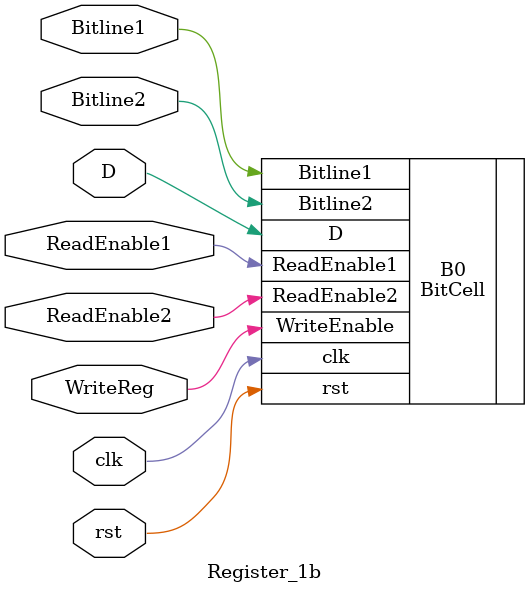
<source format=v>
module Register_1b (input clk, input rst, input D, input WriteReg, input ReadEnable1, input ReadEnable2, inout Bitline1, inout Bitline2);
	BitCell B0 (.clk(clk), .rst(rst), .D(D), .WriteEnable(WriteReg), .ReadEnable1(ReadEnable1), .ReadEnable2(ReadEnable2), .Bitline1(Bitline1), .Bitline2(Bitline2));
endmodule

</source>
